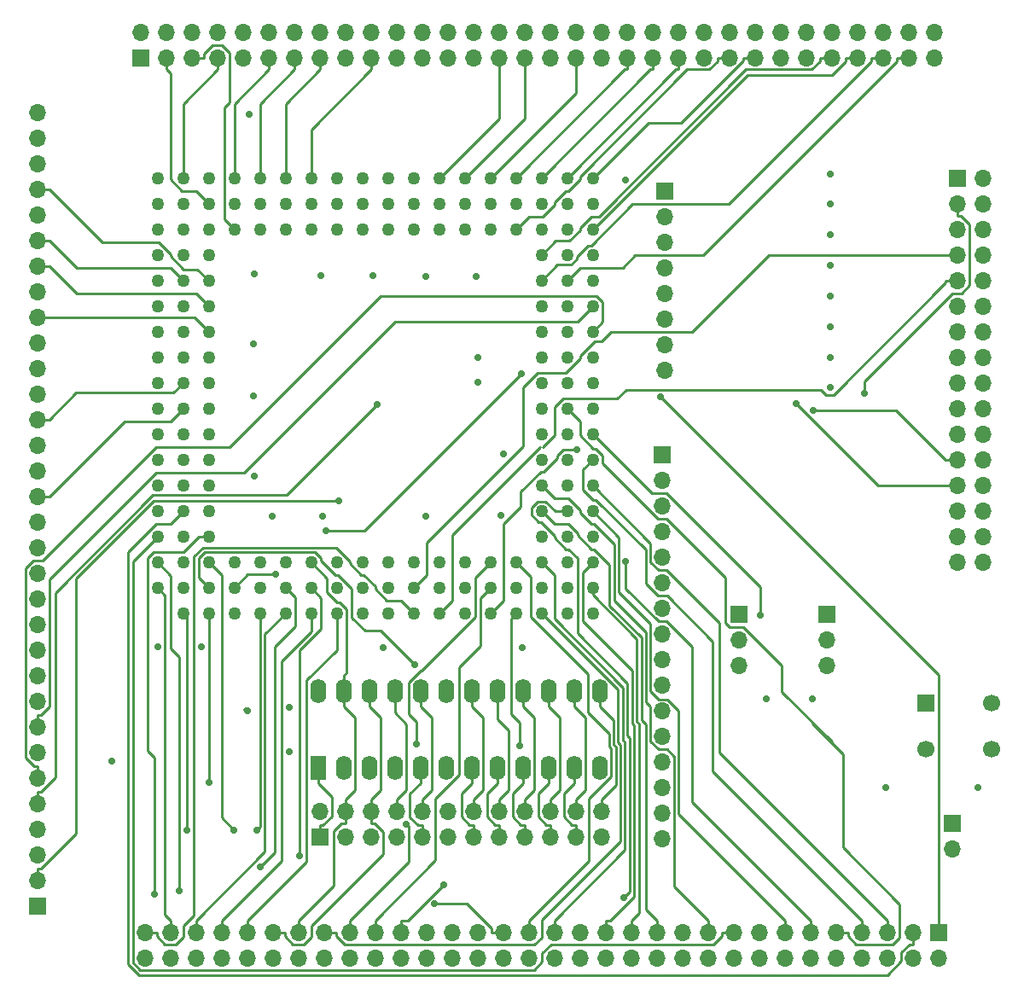
<source format=gbl>
G04 #@! TF.GenerationSoftware,KiCad,Pcbnew,8.0.1*
G04 #@! TF.CreationDate,2024-04-03T23:34:40-03:00*
G04 #@! TF.ProjectId,Breakout-68040,42726561-6b6f-4757-942d-36383034302e,rev?*
G04 #@! TF.SameCoordinates,Original*
G04 #@! TF.FileFunction,Copper,L4,Bot*
G04 #@! TF.FilePolarity,Positive*
%FSLAX46Y46*%
G04 Gerber Fmt 4.6, Leading zero omitted, Abs format (unit mm)*
G04 Created by KiCad (PCBNEW 8.0.1) date 2024-04-03 23:34:40*
%MOMM*%
%LPD*%
G01*
G04 APERTURE LIST*
G04 #@! TA.AperFunction,ComponentPad*
%ADD10R,1.700000X1.700000*%
G04 #@! TD*
G04 #@! TA.AperFunction,ComponentPad*
%ADD11O,1.700000X1.700000*%
G04 #@! TD*
G04 #@! TA.AperFunction,ComponentPad*
%ADD12C,1.700000*%
G04 #@! TD*
G04 #@! TA.AperFunction,ComponentPad*
%ADD13C,1.270000*%
G04 #@! TD*
G04 #@! TA.AperFunction,ComponentPad*
%ADD14R,1.600000X2.400000*%
G04 #@! TD*
G04 #@! TA.AperFunction,ComponentPad*
%ADD15O,1.600000X2.400000*%
G04 #@! TD*
G04 #@! TA.AperFunction,ViaPad*
%ADD16C,0.700000*%
G04 #@! TD*
G04 #@! TA.AperFunction,Conductor*
%ADD17C,0.250000*%
G04 #@! TD*
G04 #@! TA.AperFunction,Conductor*
%ADD18C,0.500000*%
G04 #@! TD*
G04 APERTURE END LIST*
D10*
X87350000Y-69325000D03*
D11*
X87350000Y-71865000D03*
X87350000Y-74405000D03*
X87350000Y-76945000D03*
X87350000Y-79485000D03*
X87350000Y-82025000D03*
X87350000Y-84565000D03*
X87350000Y-87105000D03*
D10*
X94700000Y-111320000D03*
D11*
X94700000Y-113860000D03*
X94700000Y-116400000D03*
D10*
X103400000Y-111320000D03*
D11*
X103400000Y-113860000D03*
X103400000Y-116400000D03*
D12*
X119750000Y-124650000D03*
X113250000Y-124650000D03*
X119750000Y-120150000D03*
D10*
X113250000Y-120150000D03*
X35325000Y-56075000D03*
D11*
X35325000Y-53535000D03*
X37865000Y-56075000D03*
X37865000Y-53535000D03*
X40405000Y-56075000D03*
X40405000Y-53535000D03*
X42945000Y-56075000D03*
X42945000Y-53535000D03*
X45485000Y-56075000D03*
X45485000Y-53535000D03*
X48025000Y-56075000D03*
X48025000Y-53535000D03*
X50565000Y-56075000D03*
X50565000Y-53535000D03*
X53105000Y-56075000D03*
X53105000Y-53535000D03*
X55645000Y-56075000D03*
X55645000Y-53535000D03*
X58185000Y-56075000D03*
X58185000Y-53535000D03*
X60725000Y-56075000D03*
X60725000Y-53535000D03*
X63265000Y-56075000D03*
X63265000Y-53535000D03*
X65805000Y-56075000D03*
X65805000Y-53535000D03*
X68345000Y-56075000D03*
X68345000Y-53535000D03*
X70885000Y-56075000D03*
X70885000Y-53535000D03*
X73425000Y-56075000D03*
X73425000Y-53535000D03*
X75965000Y-56075000D03*
X75965000Y-53535000D03*
X78505000Y-56075000D03*
X78505000Y-53535000D03*
X81045000Y-56075000D03*
X81045000Y-53535000D03*
X83585000Y-56075000D03*
X83585000Y-53535000D03*
X86125000Y-56075000D03*
X86125000Y-53535000D03*
X88665000Y-56075000D03*
X88665000Y-53535000D03*
X91205000Y-56075000D03*
X91205000Y-53535000D03*
X93745000Y-56075000D03*
X93745000Y-53535000D03*
X96285000Y-56075000D03*
X96285000Y-53535000D03*
X98825000Y-56075000D03*
X98825000Y-53535000D03*
X101365000Y-56075000D03*
X101365000Y-53535000D03*
X103905000Y-56075000D03*
X103905000Y-53535000D03*
X106445000Y-56075000D03*
X106445000Y-53535000D03*
X108985000Y-56075000D03*
X108985000Y-53535000D03*
X111525000Y-56075000D03*
X111525000Y-53535000D03*
X114065000Y-56075000D03*
X114065000Y-53535000D03*
D10*
X87100000Y-95520000D03*
D11*
X87100000Y-98060000D03*
X87100000Y-100600000D03*
X87100000Y-103140000D03*
X87100000Y-105680000D03*
X87100000Y-108220000D03*
X87100000Y-110760000D03*
X87100000Y-113300000D03*
X87100000Y-115840000D03*
X87100000Y-118380000D03*
X87100000Y-120920000D03*
X87100000Y-123460000D03*
X87100000Y-126000000D03*
X87100000Y-128540000D03*
X87100000Y-131080000D03*
X87100000Y-133620000D03*
D10*
X116360000Y-68020000D03*
D11*
X118900000Y-68020000D03*
X116360000Y-70560000D03*
X118900000Y-70560000D03*
X116360000Y-73100000D03*
X118900000Y-73100000D03*
X116360000Y-75640000D03*
X118900000Y-75640000D03*
X116360000Y-78180000D03*
X118900000Y-78180000D03*
X116360000Y-80720000D03*
X118900000Y-80720000D03*
X116360000Y-83260000D03*
X118900000Y-83260000D03*
X116360000Y-85800000D03*
X118900000Y-85800000D03*
X116360000Y-88340000D03*
X118900000Y-88340000D03*
X116360000Y-90880000D03*
X118900000Y-90880000D03*
X116360000Y-93420000D03*
X118900000Y-93420000D03*
X116360000Y-95960000D03*
X118900000Y-95960000D03*
X116360000Y-98500000D03*
X118900000Y-98500000D03*
X116360000Y-101040000D03*
X118900000Y-101040000D03*
X116360000Y-103580000D03*
X118900000Y-103580000D03*
X116360000Y-106120000D03*
X118900000Y-106120000D03*
D10*
X114500000Y-142860000D03*
D11*
X114500000Y-145400000D03*
X111960000Y-142860000D03*
X111960000Y-145400000D03*
X109420000Y-142860000D03*
X109420000Y-145400000D03*
X106880000Y-142860000D03*
X106880000Y-145400000D03*
X104340000Y-142860000D03*
X104340000Y-145400000D03*
X101800000Y-142860000D03*
X101800000Y-145400000D03*
X99260000Y-142860000D03*
X99260000Y-145400000D03*
X96720000Y-142860000D03*
X96720000Y-145400000D03*
X94180000Y-142860000D03*
X94180000Y-145400000D03*
X91640000Y-142860000D03*
X91640000Y-145400000D03*
X89100000Y-142860000D03*
X89100000Y-145400000D03*
X86560000Y-142860000D03*
X86560000Y-145400000D03*
X84020000Y-142860000D03*
X84020000Y-145400000D03*
X81480000Y-142860000D03*
X81480000Y-145400000D03*
X78940000Y-142860000D03*
X78940000Y-145400000D03*
X76400000Y-142860000D03*
X76400000Y-145400000D03*
X73860000Y-142860000D03*
X73860000Y-145400000D03*
X71320000Y-142860000D03*
X71320000Y-145400000D03*
X68780000Y-142860000D03*
X68780000Y-145400000D03*
X66240000Y-142860000D03*
X66240000Y-145400000D03*
X63700000Y-142860000D03*
X63700000Y-145400000D03*
X61160000Y-142860000D03*
X61160000Y-145400000D03*
X58620000Y-142860000D03*
X58620000Y-145400000D03*
X56080000Y-142860000D03*
X56080000Y-145400000D03*
X53540000Y-142860000D03*
X53540000Y-145400000D03*
X51000000Y-142860000D03*
X51000000Y-145400000D03*
X48460000Y-142860000D03*
X48460000Y-145400000D03*
X45920000Y-142860000D03*
X45920000Y-145400000D03*
X43380000Y-142860000D03*
X43380000Y-145400000D03*
X40840000Y-142860000D03*
X40840000Y-145400000D03*
X38300000Y-142860000D03*
X38300000Y-145400000D03*
X35760000Y-142860000D03*
X35760000Y-145400000D03*
D10*
X25100000Y-140260000D03*
D11*
X25100000Y-137720000D03*
X25100000Y-135180000D03*
X25100000Y-132640000D03*
X25100000Y-130100000D03*
X25100000Y-127560000D03*
X25100000Y-125020000D03*
X25100000Y-122480000D03*
X25100000Y-119940000D03*
X25100000Y-117400000D03*
X25100000Y-114860000D03*
X25100000Y-112320000D03*
X25100000Y-109780000D03*
X25100000Y-107240000D03*
X25100000Y-104700000D03*
X25100000Y-102160000D03*
X25100000Y-99620000D03*
X25100000Y-97080000D03*
X25100000Y-94540000D03*
X25100000Y-92000000D03*
X25100000Y-89460000D03*
X25100000Y-86920000D03*
X25100000Y-84380000D03*
X25100000Y-81840000D03*
X25100000Y-79300000D03*
X25100000Y-76760000D03*
X25100000Y-74220000D03*
X25100000Y-71680000D03*
X25100000Y-69140000D03*
X25100000Y-66600000D03*
X25100000Y-64060000D03*
X25100000Y-61520000D03*
D10*
X53100000Y-133400000D03*
D11*
X53100000Y-130860000D03*
X55640000Y-133400000D03*
X55640000Y-130860000D03*
X58180000Y-133400000D03*
X58180000Y-130860000D03*
X60720000Y-133400000D03*
X60720000Y-130860000D03*
X63260000Y-133400000D03*
X63260000Y-130860000D03*
X65800000Y-133400000D03*
X65800000Y-130860000D03*
X68340000Y-133400000D03*
X68340000Y-130860000D03*
X70880000Y-133400000D03*
X70880000Y-130860000D03*
X73420000Y-133400000D03*
X73420000Y-130860000D03*
X75960000Y-133400000D03*
X75960000Y-130860000D03*
X78500000Y-133400000D03*
X78500000Y-130860000D03*
X81040000Y-133400000D03*
X81040000Y-130860000D03*
D10*
X115900000Y-132025000D03*
D11*
X115900000Y-134565000D03*
D13*
X80180000Y-111220000D03*
X77640000Y-111220000D03*
X75100000Y-111220000D03*
X72560000Y-111220000D03*
X70020000Y-111220000D03*
X67480000Y-111220000D03*
X64940000Y-111220000D03*
X62400000Y-111220000D03*
X59860000Y-111220000D03*
X57320000Y-111220000D03*
X54780000Y-111220000D03*
X52240000Y-111220000D03*
X49700000Y-111220000D03*
X47160000Y-111220000D03*
X44620000Y-111220000D03*
X42080000Y-111220000D03*
X39540000Y-111220000D03*
X80180000Y-108680000D03*
X77640000Y-108680000D03*
X75100000Y-108680000D03*
X72560000Y-108680000D03*
X70020000Y-108680000D03*
X67480000Y-108680000D03*
X64940000Y-108680000D03*
X62400000Y-108680000D03*
X59860000Y-108680000D03*
X57320000Y-108680000D03*
X54780000Y-108680000D03*
X52240000Y-108680000D03*
X49700000Y-108680000D03*
X47160000Y-108680000D03*
X44620000Y-108680000D03*
X42080000Y-108680000D03*
X39540000Y-108680000D03*
X37000000Y-108680000D03*
X80180000Y-106140000D03*
X77640000Y-106140000D03*
X75100000Y-106140000D03*
X72560000Y-106140000D03*
X70020000Y-106140000D03*
X67480000Y-106140000D03*
X64940000Y-106140000D03*
X62400000Y-106140000D03*
X59860000Y-106140000D03*
X57320000Y-106140000D03*
X54780000Y-106140000D03*
X52240000Y-106140000D03*
X49700000Y-106140000D03*
X47160000Y-106140000D03*
X44620000Y-106140000D03*
X42080000Y-106140000D03*
X39540000Y-106140000D03*
X37000000Y-106140000D03*
X80180000Y-103600000D03*
X77640000Y-103600000D03*
X75100000Y-103600000D03*
X42080000Y-103600000D03*
X39540000Y-103600000D03*
X37000000Y-103600000D03*
X80180000Y-101060000D03*
X77640000Y-101060000D03*
X75100000Y-101060000D03*
X42080000Y-101060000D03*
X39540000Y-101060000D03*
X37000000Y-101060000D03*
X80180000Y-98520000D03*
X77640000Y-98520000D03*
X75100000Y-98520000D03*
X42080000Y-98520000D03*
X39540000Y-98520000D03*
X37000000Y-98520000D03*
X80180000Y-95980000D03*
X77640000Y-95980000D03*
X75100000Y-95980000D03*
X42080000Y-95980000D03*
X39540000Y-95980000D03*
X37000000Y-95980000D03*
X80180000Y-93440000D03*
X77640000Y-93440000D03*
X75100000Y-93440000D03*
X42080000Y-93440000D03*
X39540000Y-93440000D03*
X37000000Y-93440000D03*
X80180000Y-90900000D03*
X77640000Y-90900000D03*
X75100000Y-90900000D03*
X42080000Y-90900000D03*
X39540000Y-90900000D03*
X37000000Y-90900000D03*
X80180000Y-88360000D03*
X77640000Y-88360000D03*
X75100000Y-88360000D03*
X42080000Y-88360000D03*
X39540000Y-88360000D03*
X37000000Y-88360000D03*
X80180000Y-85820000D03*
X77640000Y-85820000D03*
X75100000Y-85820000D03*
X42080000Y-85820000D03*
X39540000Y-85820000D03*
X37000000Y-85820000D03*
X80180000Y-83280000D03*
X77640000Y-83280000D03*
X75100000Y-83280000D03*
X42080000Y-83280000D03*
X39540000Y-83280000D03*
X37000000Y-83280000D03*
X80180000Y-80740000D03*
X77640000Y-80740000D03*
X75100000Y-80740000D03*
X42080000Y-80740000D03*
X39540000Y-80740000D03*
X37000000Y-80740000D03*
X80180000Y-78200000D03*
X77640000Y-78200000D03*
X75100000Y-78200000D03*
X42080000Y-78200000D03*
X39540000Y-78200000D03*
X37000000Y-78200000D03*
X80180000Y-75660000D03*
X77640000Y-75660000D03*
X75100000Y-75660000D03*
X42080000Y-75660000D03*
X39540000Y-75660000D03*
X37000000Y-75660000D03*
X80180000Y-73120000D03*
X77640000Y-73120000D03*
X75100000Y-73120000D03*
X72560000Y-73120000D03*
X70020000Y-73120000D03*
X67480000Y-73120000D03*
X64940000Y-73120000D03*
X62400000Y-73120000D03*
X59860000Y-73120000D03*
X57320000Y-73120000D03*
X54780000Y-73120000D03*
X52240000Y-73120000D03*
X49700000Y-73120000D03*
X47160000Y-73120000D03*
X44620000Y-73120000D03*
X42080000Y-73120000D03*
X39540000Y-73120000D03*
X37000000Y-73120000D03*
X80180000Y-70580000D03*
X77640000Y-70580000D03*
X75100000Y-70580000D03*
X72560000Y-70580000D03*
X70020000Y-70580000D03*
X67480000Y-70580000D03*
X64940000Y-70580000D03*
X62400000Y-70580000D03*
X59860000Y-70580000D03*
X57320000Y-70580000D03*
X54780000Y-70580000D03*
X52240000Y-70580000D03*
X49700000Y-70580000D03*
X47160000Y-70580000D03*
X44620000Y-70580000D03*
X42080000Y-70580000D03*
X39540000Y-70580000D03*
X37000000Y-70580000D03*
X80180000Y-68040000D03*
X77640000Y-68040000D03*
X75100000Y-68040000D03*
X72560000Y-68040000D03*
X70020000Y-68040000D03*
X67480000Y-68040000D03*
X64940000Y-68040000D03*
X62400000Y-68040000D03*
X59860000Y-68040000D03*
X57320000Y-68040000D03*
X54780000Y-68040000D03*
X52240000Y-68040000D03*
X49700000Y-68040000D03*
X47160000Y-68040000D03*
X44620000Y-68040000D03*
X42080000Y-68040000D03*
X39540000Y-68040000D03*
X37000000Y-68040000D03*
D14*
X52925000Y-126525000D03*
D15*
X55465000Y-126525000D03*
X58005000Y-126525000D03*
X60545000Y-126525000D03*
X63085000Y-126525000D03*
X65625000Y-126525000D03*
X68165000Y-126525000D03*
X70705000Y-126525000D03*
X73245000Y-126525000D03*
X75785000Y-126525000D03*
X78325000Y-126525000D03*
X80865000Y-126525000D03*
X80865000Y-118905000D03*
X78325000Y-118905000D03*
X75785000Y-118905000D03*
X73245000Y-118905000D03*
X70705000Y-118905000D03*
X68165000Y-118905000D03*
X65625000Y-118905000D03*
X63085000Y-118905000D03*
X60545000Y-118905000D03*
X58005000Y-118905000D03*
X55465000Y-118905000D03*
X52925000Y-118905000D03*
D16*
X42080000Y-127976800D03*
X46900400Y-132693900D03*
X64476000Y-140051400D03*
X44552700Y-132693900D03*
X48695500Y-107329000D03*
X102066500Y-91045000D03*
X47238500Y-136369400D03*
X100368600Y-90367200D03*
X62681900Y-124139000D03*
X61717800Y-132134900D03*
X72945900Y-124385000D03*
X65388900Y-138127500D03*
X62509900Y-116314300D03*
X51091400Y-135289100D03*
X39936600Y-132693900D03*
X39145000Y-138731600D03*
X36698300Y-139045600D03*
X83259800Y-139394200D03*
X107136700Y-89374800D03*
X86876500Y-89690100D03*
X78613500Y-94977000D03*
X83452600Y-106084500D03*
X73096800Y-87477900D03*
X53758400Y-103032400D03*
X96835400Y-111428900D03*
X58763700Y-90522200D03*
X54985500Y-100029400D03*
X50100000Y-124937500D03*
X50100000Y-120500000D03*
X103800000Y-76700000D03*
X103800000Y-73600000D03*
X103800000Y-79700000D03*
X103800000Y-85800000D03*
X103800000Y-88800000D03*
X103800000Y-70600000D03*
X103800000Y-67600000D03*
X103800000Y-82800000D03*
X63600000Y-77800000D03*
X63600000Y-101600000D03*
X53400000Y-101600000D03*
X48400000Y-101600000D03*
X46500000Y-84500000D03*
X46500000Y-89600000D03*
X46600000Y-97573100D03*
X68800000Y-88300000D03*
X68800000Y-85800000D03*
X68600000Y-77800000D03*
X58400000Y-77700000D03*
X53200000Y-77700000D03*
X46600000Y-77500000D03*
X83400000Y-68200000D03*
X46100000Y-61700000D03*
X73200000Y-114600000D03*
X59400000Y-114600000D03*
X109300000Y-128500000D03*
X118400000Y-128500000D03*
X41400000Y-114500000D03*
X102000000Y-119700000D03*
X45900000Y-120900000D03*
X37000000Y-114500000D03*
X71100000Y-101500000D03*
X71300000Y-95400000D03*
X97400000Y-119700000D03*
X32500000Y-125900000D03*
D17*
X78325000Y-126525000D02*
X78325000Y-128051700D01*
X78500000Y-133400000D02*
X78500000Y-132223300D01*
X77323300Y-129053400D02*
X78325000Y-128051700D01*
X77323300Y-131414400D02*
X77323300Y-129053400D01*
X78132200Y-132223300D02*
X77323300Y-131414400D01*
X78500000Y-132223300D02*
X78132200Y-132223300D01*
X73052200Y-132223300D02*
X73420000Y-132223300D01*
X72243300Y-131414400D02*
X73052200Y-132223300D01*
X72243300Y-129053400D02*
X72243300Y-131414400D01*
X73245000Y-128051700D02*
X72243300Y-129053400D01*
X73245000Y-126525000D02*
X73245000Y-128051700D01*
X73420000Y-133400000D02*
X73420000Y-132223300D01*
X76918000Y-121564700D02*
X75785000Y-120431700D01*
X76918000Y-128725300D02*
X76918000Y-121564700D01*
X75960000Y-129683300D02*
X76918000Y-128725300D01*
X75960000Y-130860000D02*
X75960000Y-129683300D01*
X75785000Y-118905000D02*
X75785000Y-120431700D01*
X80865000Y-118905000D02*
X80865000Y-120431700D01*
X81040000Y-130860000D02*
X81040000Y-129683300D01*
X82471900Y-128251400D02*
X81040000Y-129683300D01*
X82471900Y-124456700D02*
X82471900Y-128251400D01*
X82251300Y-124236100D02*
X82471900Y-124456700D01*
X82251300Y-121818000D02*
X82251300Y-124236100D01*
X80865000Y-120431700D02*
X82251300Y-121818000D01*
X70705000Y-118905000D02*
X70705000Y-120431700D01*
X70880000Y-130860000D02*
X70880000Y-129683300D01*
X71838000Y-128725300D02*
X70880000Y-129683300D01*
X71838000Y-122842100D02*
X71838000Y-128725300D01*
X70705000Y-121709100D02*
X71838000Y-122842100D01*
X70705000Y-120431700D02*
X70705000Y-121709100D01*
X68165000Y-118905000D02*
X68165000Y-120431700D01*
X68340000Y-130860000D02*
X68340000Y-129683300D01*
X69298000Y-128725300D02*
X68340000Y-129683300D01*
X69298000Y-121564700D02*
X69298000Y-128725300D01*
X68165000Y-120431700D02*
X69298000Y-121564700D01*
X60720000Y-130860000D02*
X60720000Y-129683300D01*
X60545000Y-118905000D02*
X60545000Y-120431700D01*
X61678000Y-128725300D02*
X60720000Y-129683300D01*
X61678000Y-122203400D02*
X61678000Y-128725300D01*
X60545000Y-121070400D02*
X61678000Y-122203400D01*
X60545000Y-120431700D02*
X60545000Y-121070400D01*
X75592200Y-132223300D02*
X75960000Y-132223300D01*
X74783300Y-131414400D02*
X75592200Y-132223300D01*
X74783300Y-129053400D02*
X74783300Y-131414400D01*
X75785000Y-128051700D02*
X74783300Y-129053400D01*
X75785000Y-126525000D02*
X75785000Y-128051700D01*
X75960000Y-133400000D02*
X75960000Y-132223300D01*
X67972200Y-132223300D02*
X68340000Y-132223300D01*
X67163300Y-131414400D02*
X67972200Y-132223300D01*
X67163300Y-129053400D02*
X67163300Y-131414400D01*
X68165000Y-128051700D02*
X67163300Y-129053400D01*
X68165000Y-126525000D02*
X68165000Y-128051700D01*
X68340000Y-133400000D02*
X68340000Y-132223300D01*
X78325000Y-118905000D02*
X78325000Y-120431700D01*
X78500000Y-130860000D02*
X78500000Y-129683300D01*
X79458000Y-128725300D02*
X78500000Y-129683300D01*
X79458000Y-121564700D02*
X79458000Y-128725300D01*
X78325000Y-120431700D02*
X79458000Y-121564700D01*
X70512200Y-132223300D02*
X70880000Y-132223300D01*
X69703300Y-131414400D02*
X70512200Y-132223300D01*
X69703300Y-129053400D02*
X69703300Y-131414400D01*
X70705000Y-128051700D02*
X69703300Y-129053400D01*
X70705000Y-126525000D02*
X70705000Y-128051700D01*
X70880000Y-133400000D02*
X70880000Y-132223300D01*
X73245000Y-118905000D02*
X73245000Y-120431700D01*
X73420000Y-130860000D02*
X73420000Y-129683300D01*
X74378000Y-128725300D02*
X73420000Y-129683300D01*
X74378000Y-121564700D02*
X74378000Y-128725300D01*
X73245000Y-120431700D02*
X74378000Y-121564700D01*
X52925000Y-126525000D02*
X52925000Y-128051700D01*
X53100000Y-133400000D02*
X53100000Y-132223300D01*
X54276700Y-129403400D02*
X52925000Y-128051700D01*
X54276700Y-131347500D02*
X54276700Y-129403400D01*
X53400900Y-132223300D02*
X54276700Y-131347500D01*
X53100000Y-132223300D02*
X53400900Y-132223300D01*
X62861200Y-132223300D02*
X63260000Y-132223300D01*
X62058400Y-131420500D02*
X62861200Y-132223300D01*
X62058400Y-129078300D02*
X62058400Y-131420500D01*
X63085000Y-128051700D02*
X62058400Y-129078300D01*
X63085000Y-126525000D02*
X63085000Y-128051700D01*
X63260000Y-133400000D02*
X63260000Y-132223300D01*
X63085000Y-118905000D02*
X63085000Y-120431700D01*
X63260000Y-130860000D02*
X63260000Y-129683300D01*
X64217900Y-128725400D02*
X63260000Y-129683300D01*
X64217900Y-121564600D02*
X64217900Y-128725400D01*
X63085000Y-120431700D02*
X64217900Y-121564600D01*
X42080000Y-111220000D02*
X42080000Y-127976800D01*
X47160000Y-132434300D02*
X46900400Y-132693900D01*
X47160000Y-111220000D02*
X47160000Y-132434300D01*
X71320000Y-142860000D02*
X70143300Y-142860000D01*
X67702400Y-140051400D02*
X64476000Y-140051400D01*
X70143300Y-142492300D02*
X67702400Y-140051400D01*
X70143300Y-142860000D02*
X70143300Y-142492300D01*
X43350000Y-131491200D02*
X44552700Y-132693900D01*
X43350000Y-107410000D02*
X43350000Y-131491200D01*
X42080000Y-106140000D02*
X43350000Y-107410000D01*
X45971000Y-107329000D02*
X48695500Y-107329000D01*
X44620000Y-108680000D02*
X45971000Y-107329000D01*
X110268300Y-91045000D02*
X115183300Y-95960000D01*
X102066500Y-91045000D02*
X110268300Y-91045000D01*
X116360000Y-95960000D02*
X115183300Y-95960000D01*
X48631800Y-134976100D02*
X47238500Y-136369400D01*
X48631800Y-114518400D02*
X48631800Y-134976100D01*
X50667400Y-112482800D02*
X48631800Y-114518400D01*
X50667400Y-109647400D02*
X50667400Y-112482800D01*
X49700000Y-108680000D02*
X50667400Y-109647400D01*
X108501400Y-98500000D02*
X100368600Y-90367200D01*
X116360000Y-98500000D02*
X108501400Y-98500000D01*
X62681900Y-121968400D02*
X62681900Y-124139000D01*
X61903000Y-121189500D02*
X62681900Y-121968400D01*
X61903000Y-118082100D02*
X61903000Y-121189500D01*
X63094100Y-116891000D02*
X61903000Y-118082100D01*
X63224000Y-116891000D02*
X63094100Y-116891000D01*
X68521600Y-111593400D02*
X63224000Y-116891000D01*
X68521600Y-107638400D02*
X68521600Y-111593400D01*
X70020000Y-106140000D02*
X68521600Y-107638400D01*
X61921900Y-135841400D02*
X56080000Y-141683300D01*
X61921900Y-132339000D02*
X61921900Y-135841400D01*
X61717800Y-132134900D02*
X61921900Y-132339000D01*
X56080000Y-142860000D02*
X56080000Y-141683300D01*
X55640000Y-130271600D02*
X55640000Y-129683300D01*
X55465000Y-119668300D02*
X55465000Y-120431700D01*
X56598000Y-128725300D02*
X55640000Y-129683300D01*
X56598000Y-121564700D02*
X56598000Y-128725300D01*
X55465000Y-120431700D02*
X56598000Y-121564700D01*
X55465000Y-119668300D02*
X55465000Y-118905000D01*
X53818300Y-107718300D02*
X52240000Y-106140000D01*
X53818300Y-109103600D02*
X53818300Y-107718300D01*
X54824000Y-110109300D02*
X53818300Y-109103600D01*
X55054600Y-110109300D02*
X54824000Y-110109300D01*
X55783000Y-110837700D02*
X55054600Y-110109300D01*
X55783000Y-117060300D02*
X55783000Y-110837700D01*
X55465000Y-117378300D02*
X55783000Y-117060300D01*
X55465000Y-118905000D02*
X55465000Y-117378300D01*
X55640000Y-130271600D02*
X55640000Y-130860000D01*
X55272200Y-132036700D02*
X55640000Y-132036700D01*
X54463300Y-132845600D02*
X55272200Y-132036700D01*
X54463300Y-138220000D02*
X54463300Y-132845600D01*
X51000000Y-141683300D02*
X54463300Y-138220000D01*
X51000000Y-142860000D02*
X51000000Y-141683300D01*
X55640000Y-130860000D02*
X55640000Y-132036700D01*
X72945900Y-122092400D02*
X72945900Y-124385000D01*
X72063000Y-121209500D02*
X72945900Y-122092400D01*
X72063000Y-111717000D02*
X72063000Y-121209500D01*
X72560000Y-111220000D02*
X72063000Y-111717000D01*
X61833100Y-141683300D02*
X65388900Y-138127500D01*
X61160000Y-141683300D02*
X61833100Y-141683300D01*
X61160000Y-142860000D02*
X61160000Y-141683300D01*
X59143100Y-112947500D02*
X62509900Y-116314300D01*
X57595400Y-112947500D02*
X59143100Y-112947500D01*
X56277500Y-111629600D02*
X57595400Y-112947500D01*
X56277500Y-108748700D02*
X56277500Y-111629600D01*
X54938800Y-107410000D02*
X56277500Y-108748700D01*
X54671600Y-107410000D02*
X54938800Y-107410000D01*
X53201700Y-105940100D02*
X54671600Y-107410000D01*
X53201700Y-105716300D02*
X53201700Y-105940100D01*
X52617100Y-105131700D02*
X53201700Y-105716300D01*
X41684900Y-105131700D02*
X52617100Y-105131700D01*
X41077900Y-105738700D02*
X41684900Y-105131700D01*
X41077900Y-107677900D02*
X41077900Y-105738700D01*
X42080000Y-108680000D02*
X41077900Y-107677900D01*
X51091400Y-114863100D02*
X51091400Y-135289100D01*
X53227100Y-112727400D02*
X51091400Y-114863100D01*
X53227100Y-109667100D02*
X53227100Y-112727400D01*
X52240000Y-108680000D02*
X53227100Y-109667100D01*
X53540000Y-142860000D02*
X54716700Y-142860000D01*
X54716700Y-143225800D02*
X54716700Y-142860000D01*
X55566200Y-144075300D02*
X54716700Y-143225800D01*
X74395500Y-144075300D02*
X55566200Y-144075300D01*
X75102100Y-143368700D02*
X74395500Y-144075300D01*
X75102100Y-141619300D02*
X75102100Y-143368700D01*
X82923600Y-133797800D02*
X75102100Y-141619300D01*
X82923600Y-124269600D02*
X82923600Y-133797800D01*
X82703000Y-124049000D02*
X82923600Y-124269600D01*
X82703000Y-118748400D02*
X82703000Y-124049000D01*
X75174600Y-111220000D02*
X82703000Y-118748400D01*
X75100000Y-111220000D02*
X75174600Y-111220000D01*
X64569000Y-135734300D02*
X58620000Y-141683300D01*
X64569000Y-129596100D02*
X64569000Y-135734300D01*
X66895000Y-127270100D02*
X64569000Y-129596100D01*
X66895000Y-116547300D02*
X66895000Y-127270100D01*
X69015800Y-114426500D02*
X66895000Y-116547300D01*
X69015800Y-109684200D02*
X69015800Y-114426500D01*
X70020000Y-108680000D02*
X69015800Y-109684200D01*
X58620000Y-142860000D02*
X58620000Y-141683300D01*
X49636700Y-143227800D02*
X49636700Y-142860000D01*
X50445600Y-144036700D02*
X49636700Y-143227800D01*
X51524100Y-144036700D02*
X50445600Y-144036700D01*
X52270000Y-143290800D02*
X51524100Y-144036700D01*
X52270000Y-142230000D02*
X52270000Y-143290800D01*
X59407200Y-135092800D02*
X52270000Y-142230000D01*
X59407200Y-132896200D02*
X59407200Y-135092800D01*
X58547700Y-132036700D02*
X59407200Y-132896200D01*
X58180000Y-132036700D02*
X58547700Y-132036700D01*
X58180000Y-130860000D02*
X58180000Y-132036700D01*
X48460000Y-142860000D02*
X49636700Y-142860000D01*
X59138000Y-128725300D02*
X58180000Y-129683300D01*
X59138000Y-121564700D02*
X59138000Y-128725300D01*
X58005000Y-120431700D02*
X59138000Y-121564700D01*
X58005000Y-118905000D02*
X58005000Y-120431700D01*
X58180000Y-130860000D02*
X58180000Y-129683300D01*
X39936600Y-111616600D02*
X39936600Y-132693900D01*
X39540000Y-111220000D02*
X39936600Y-111616600D01*
X91640000Y-142860000D02*
X91640000Y-141683300D01*
X76370000Y-99790000D02*
X75100000Y-98520000D01*
X77752000Y-99790000D02*
X76370000Y-99790000D01*
X78910000Y-100948000D02*
X77752000Y-99790000D01*
X78910000Y-101216100D02*
X78910000Y-100948000D01*
X80023900Y-102330000D02*
X78910000Y-101216100D01*
X80302200Y-102330000D02*
X80023900Y-102330000D01*
X82322700Y-104350500D02*
X80302200Y-102330000D01*
X82322700Y-109940100D02*
X82322700Y-104350500D01*
X85471600Y-113089000D02*
X82322700Y-109940100D01*
X85471600Y-120013200D02*
X85471600Y-113089000D01*
X85910900Y-120452500D02*
X85471600Y-120013200D01*
X85910900Y-123938300D02*
X85910900Y-120452500D01*
X86702600Y-124730000D02*
X85910900Y-123938300D01*
X87570800Y-124730000D02*
X86702600Y-124730000D01*
X88276700Y-125435900D02*
X87570800Y-124730000D01*
X88276700Y-138320000D02*
X88276700Y-125435900D01*
X91640000Y-141683300D02*
X88276700Y-138320000D01*
X38326700Y-107466700D02*
X38326700Y-114729000D01*
X37000000Y-106140000D02*
X38326700Y-107466700D01*
X39145000Y-115547000D02*
X39145000Y-138731600D01*
X45920000Y-142860000D02*
X45920000Y-141683300D01*
X54780000Y-114850000D02*
X54780000Y-111220000D01*
X51768100Y-117861900D02*
X54780000Y-114850000D01*
X51768100Y-135835200D02*
X51768100Y-117861900D01*
X45920000Y-141683300D02*
X51768100Y-135835200D01*
X36698300Y-125515000D02*
X36698300Y-139045600D01*
X36038300Y-105741600D02*
X36038300Y-124854700D01*
X36638400Y-105141500D02*
X36038300Y-105741600D01*
X39542000Y-105141500D02*
X36638400Y-105141500D01*
X41083500Y-103600000D02*
X39542000Y-105141500D01*
X42080000Y-103600000D02*
X41083500Y-103600000D01*
X40840000Y-142860000D02*
X40840000Y-141683300D01*
X47645100Y-134878200D02*
X40840000Y-141683300D01*
X47645100Y-113274900D02*
X47645100Y-134878200D01*
X49700000Y-111220000D02*
X47645100Y-113274900D01*
X43380000Y-142860000D02*
X43380000Y-141683300D01*
X52240000Y-113022000D02*
X52240000Y-111220000D01*
X49299800Y-115962200D02*
X52240000Y-113022000D01*
X49299800Y-135763500D02*
X49299800Y-115962200D01*
X43380000Y-141683300D02*
X49299800Y-135763500D01*
X76480300Y-101060000D02*
X77640000Y-101060000D01*
X75515500Y-100095200D02*
X76480300Y-101060000D01*
X74699300Y-100095200D02*
X75515500Y-100095200D01*
X74097900Y-100696600D02*
X74699300Y-100095200D01*
X74097900Y-101443100D02*
X74097900Y-100696600D01*
X74825500Y-102170700D02*
X74097900Y-101443100D01*
X75041000Y-102170700D02*
X74825500Y-102170700D01*
X76370000Y-103499700D02*
X75041000Y-102170700D01*
X76370000Y-103712000D02*
X76370000Y-103499700D01*
X77528000Y-104870000D02*
X76370000Y-103712000D01*
X77796000Y-104870000D02*
X77528000Y-104870000D01*
X78661200Y-105735200D02*
X77796000Y-104870000D01*
X78661200Y-113195700D02*
X78661200Y-105735200D01*
X83606400Y-118140900D02*
X78661200Y-113195700D01*
X83606400Y-123352400D02*
X83606400Y-118140900D01*
X83830000Y-123576000D02*
X83606400Y-123352400D01*
X83830000Y-138824000D02*
X83830000Y-123576000D01*
X83259800Y-139394200D02*
X83830000Y-138824000D01*
X109420000Y-142860000D02*
X109420000Y-141683300D01*
X85915600Y-104255600D02*
X80180000Y-98520000D01*
X85915600Y-106159800D02*
X85915600Y-104255600D01*
X86705800Y-106950000D02*
X85915600Y-106159800D01*
X87529700Y-106950000D02*
X86705800Y-106950000D01*
X92763200Y-112183500D02*
X87529700Y-106950000D01*
X92763200Y-125026500D02*
X92763200Y-112183500D01*
X109420000Y-141683300D02*
X92763200Y-125026500D01*
X97694100Y-75640000D02*
X116360000Y-75640000D01*
X90039100Y-83295000D02*
X97694100Y-75640000D01*
X82029400Y-83295000D02*
X90039100Y-83295000D01*
X81082700Y-84241700D02*
X82029400Y-83295000D01*
X80373100Y-84241700D02*
X81082700Y-84241700D01*
X78926600Y-85688200D02*
X80373100Y-84241700D01*
X78926600Y-85916800D02*
X78926600Y-85688200D01*
X77484300Y-87359100D02*
X78926600Y-85916800D01*
X74723000Y-87359100D02*
X77484300Y-87359100D01*
X63670000Y-107410000D02*
X62400000Y-108680000D01*
X63670000Y-104200200D02*
X63670000Y-107410000D01*
X73270100Y-94600100D02*
X63670000Y-104200200D01*
X73270100Y-89714200D02*
X73270100Y-94600100D01*
X99260000Y-142860000D02*
X99260000Y-141683300D01*
X88728400Y-131151700D02*
X99260000Y-141683300D01*
X88728400Y-120884200D02*
X88728400Y-131151700D01*
X87587500Y-119743300D02*
X88728400Y-120884200D01*
X86734100Y-119743300D02*
X87587500Y-119743300D01*
X85923300Y-118932500D02*
X86734100Y-119743300D01*
X85923300Y-112263200D02*
X85923300Y-118932500D01*
X82775900Y-109115800D02*
X85923300Y-112263200D01*
X82775900Y-103655900D02*
X82775900Y-109115800D01*
X80180000Y-101060000D02*
X82775900Y-103655900D01*
X37741500Y-141124800D02*
X38300000Y-141683300D01*
X37741500Y-109421500D02*
X37741500Y-141124800D01*
X37000000Y-108680000D02*
X37741500Y-109421500D01*
X38300000Y-142860000D02*
X38300000Y-141683300D01*
X107136700Y-88200700D02*
X107136700Y-89374800D01*
X115887400Y-79450000D02*
X107136700Y-88200700D01*
X116790800Y-79450000D02*
X115887400Y-79450000D01*
X117577500Y-78663300D02*
X116790800Y-79450000D01*
X117577500Y-72586500D02*
X117577500Y-78663300D01*
X116727700Y-71736700D02*
X117577500Y-72586500D01*
X116360000Y-71736700D02*
X116727700Y-71736700D01*
X116360000Y-70560000D02*
X116360000Y-71736700D01*
X114500000Y-117313600D02*
X86876500Y-89690100D01*
X114500000Y-142860000D02*
X114500000Y-117313600D01*
X116360000Y-78180000D02*
X115183300Y-78180000D01*
X66210000Y-109950000D02*
X64940000Y-111220000D01*
X66210000Y-103464200D02*
X66210000Y-109950000D01*
X74964200Y-94710000D02*
X66210000Y-103464200D01*
X76370000Y-93552100D02*
X75212100Y-94710000D01*
X76370000Y-90767200D02*
X76370000Y-93552100D01*
X77230000Y-89907200D02*
X76370000Y-90767200D01*
X82604700Y-89907200D02*
X77230000Y-89907200D01*
X83498500Y-89013400D02*
X82604700Y-89907200D01*
X102835600Y-89013400D02*
X83498500Y-89013400D01*
X103346700Y-89524500D02*
X102835600Y-89013400D01*
X104059400Y-89524500D02*
X103346700Y-89524500D01*
X115183300Y-78400600D02*
X104059400Y-89524500D01*
X115183300Y-78180000D02*
X115183300Y-78400600D01*
X71290000Y-109950000D02*
X70020000Y-111220000D01*
X71290000Y-102360500D02*
X71290000Y-109950000D01*
X73033000Y-100617500D02*
X71290000Y-102360500D01*
X73033000Y-99155800D02*
X73033000Y-100617500D01*
X75058100Y-97130700D02*
X73033000Y-99155800D01*
X75328500Y-97130700D02*
X75058100Y-97130700D01*
X76678300Y-95780900D02*
X75328500Y-97130700D01*
X76678300Y-95581600D02*
X76678300Y-95780900D01*
X77282900Y-94977000D02*
X76678300Y-95581600D01*
X78613500Y-94977000D02*
X77282900Y-94977000D01*
X111960000Y-142860000D02*
X111960000Y-144036700D01*
X111592200Y-144036700D02*
X111960000Y-144036700D01*
X110783300Y-144845600D02*
X111592200Y-144036700D01*
X110783300Y-145720300D02*
X110783300Y-144845600D01*
X109411300Y-147092300D02*
X110783300Y-145720300D01*
X35143500Y-147092300D02*
X109411300Y-147092300D01*
X34109100Y-146057900D02*
X35143500Y-147092300D01*
X34109100Y-105097200D02*
X34109100Y-146057900D01*
X36876300Y-102330000D02*
X34109100Y-105097200D01*
X38270000Y-102330000D02*
X36876300Y-102330000D01*
X39540000Y-101060000D02*
X38270000Y-102330000D01*
X86560000Y-142860000D02*
X86560000Y-141683300D01*
X76370000Y-102330000D02*
X75100000Y-101060000D01*
X77742100Y-102330000D02*
X76370000Y-102330000D01*
X78660800Y-103248700D02*
X77742100Y-102330000D01*
X78660800Y-103461800D02*
X78660800Y-103248700D01*
X80069000Y-104870000D02*
X78660800Y-103461800D01*
X80335300Y-104870000D02*
X80069000Y-104870000D01*
X81871000Y-106405700D02*
X80335300Y-104870000D01*
X81871000Y-110445300D02*
X81871000Y-106405700D01*
X85019900Y-113594200D02*
X81871000Y-110445300D01*
X85019900Y-120200300D02*
X85019900Y-113594200D01*
X85021400Y-120201800D02*
X85019900Y-120200300D01*
X85021400Y-121783200D02*
X85021400Y-120201800D01*
X85446700Y-122208500D02*
X85021400Y-121783200D01*
X85446700Y-140570000D02*
X85446700Y-122208500D01*
X86560000Y-141683300D02*
X85446700Y-140570000D01*
X101800000Y-142860000D02*
X101800000Y-141683300D01*
X90018000Y-129901300D02*
X101800000Y-141683300D01*
X90017900Y-129901300D02*
X90018000Y-129901300D01*
X90017900Y-114526800D02*
X90017900Y-129901300D01*
X87521100Y-112030000D02*
X90017900Y-114526800D01*
X86704800Y-112030000D02*
X87521100Y-112030000D01*
X83452600Y-108777800D02*
X86704800Y-112030000D01*
X83452600Y-106084500D02*
X83452600Y-108777800D01*
X73860000Y-142860000D02*
X73860000Y-141683300D01*
X79770000Y-135773300D02*
X73860000Y-141683300D01*
X79770000Y-129613500D02*
X79770000Y-135773300D01*
X82016200Y-127367300D02*
X79770000Y-129613500D01*
X82016200Y-124639800D02*
X82016200Y-127367300D01*
X81799600Y-124423200D02*
X82016200Y-124639800D01*
X81799600Y-123191600D02*
X81799600Y-124423200D01*
X79683000Y-121075000D02*
X81799600Y-123191600D01*
X79683000Y-117205200D02*
X79683000Y-121075000D01*
X74009000Y-111531200D02*
X79683000Y-117205200D01*
X74009000Y-107589000D02*
X74009000Y-111531200D01*
X72560000Y-106140000D02*
X74009000Y-107589000D01*
X93003300Y-143227800D02*
X93003300Y-142860000D01*
X92194400Y-144036700D02*
X93003300Y-143227800D01*
X76038300Y-144036700D02*
X92194400Y-144036700D01*
X75172700Y-144902300D02*
X76038300Y-144036700D01*
X75172700Y-145773400D02*
X75172700Y-144902300D01*
X74338200Y-146607900D02*
X75172700Y-145773400D01*
X35303700Y-146607900D02*
X74338200Y-146607900D01*
X34579600Y-145883800D02*
X35303700Y-146607900D01*
X34579600Y-106020400D02*
X34579600Y-145883800D01*
X37000000Y-103600000D02*
X34579600Y-106020400D01*
X94180000Y-142860000D02*
X93003300Y-142860000D01*
X36936700Y-143227800D02*
X36936700Y-142860000D01*
X37745600Y-144036700D02*
X36936700Y-143227800D01*
X38824100Y-144036700D02*
X37745600Y-144036700D01*
X39570000Y-143290800D02*
X38824100Y-144036700D01*
X39570000Y-142230000D02*
X39570000Y-143290800D01*
X40613400Y-141186600D02*
X39570000Y-142230000D01*
X40613400Y-105560200D02*
X40613400Y-141186600D01*
X41497800Y-104675800D02*
X40613400Y-105560200D01*
X54703900Y-104675800D02*
X41497800Y-104675800D01*
X56050000Y-106021900D02*
X54703900Y-104675800D01*
X56050000Y-106263100D02*
X56050000Y-106021900D01*
X57196900Y-107410000D02*
X56050000Y-106263100D01*
X57476000Y-107410000D02*
X57196900Y-107410000D01*
X58590000Y-108524000D02*
X57476000Y-107410000D01*
X58590000Y-108792000D02*
X58590000Y-108524000D01*
X59748000Y-109950000D02*
X58590000Y-108792000D01*
X61130000Y-109950000D02*
X59748000Y-109950000D01*
X62400000Y-111220000D02*
X61130000Y-109950000D01*
X35760000Y-142860000D02*
X36936700Y-142860000D01*
X92086500Y-126889800D02*
X106880000Y-141683300D01*
X92086500Y-113993800D02*
X92086500Y-126889800D01*
X87582700Y-109490000D02*
X92086500Y-113993800D01*
X86692300Y-109490000D02*
X87582700Y-109490000D01*
X85434800Y-108232500D02*
X86692300Y-109490000D01*
X85434800Y-104899900D02*
X85434800Y-108232500D01*
X80484000Y-99949100D02*
X85434800Y-104899900D01*
X80243000Y-99949100D02*
X80484000Y-99949100D01*
X79203100Y-98909200D02*
X80243000Y-99949100D01*
X79203100Y-96956900D02*
X79203100Y-98909200D01*
X80180000Y-95980000D02*
X79203100Y-96956900D01*
X106880000Y-142860000D02*
X106880000Y-141683300D01*
X78910000Y-92170000D02*
X77640000Y-90900000D01*
X78910000Y-93546900D02*
X78910000Y-92170000D01*
X80232400Y-94869300D02*
X78910000Y-93546900D01*
X80454600Y-94869300D02*
X80232400Y-94869300D01*
X81141700Y-95556400D02*
X80454600Y-94869300D01*
X81141700Y-96346500D02*
X81141700Y-95556400D01*
X86665200Y-101870000D02*
X81141700Y-96346500D01*
X87537800Y-101870000D02*
X86665200Y-101870000D01*
X93350500Y-107682700D02*
X87537800Y-101870000D01*
X93350500Y-112134100D02*
X93350500Y-107682700D01*
X93806400Y-112590000D02*
X93350500Y-112134100D01*
X95162700Y-112590000D02*
X93806400Y-112590000D01*
X98943900Y-116371200D02*
X95162700Y-112590000D01*
X98943900Y-118348000D02*
X98943900Y-116371200D01*
X105516700Y-143227800D02*
X105516700Y-142860000D01*
X106325600Y-144036700D02*
X105516700Y-143227800D01*
X109925900Y-144036700D02*
X106325600Y-144036700D01*
X110596700Y-143365900D02*
X109925900Y-144036700D01*
X110596700Y-140059800D02*
X110596700Y-143365900D01*
X105002400Y-134465500D02*
X110596700Y-140059800D01*
X105002400Y-125157200D02*
X105002400Y-134465500D01*
X102011900Y-122166700D02*
X105002400Y-125157200D01*
X102011900Y-122053100D02*
X102011900Y-122166700D01*
X102012000Y-122053000D02*
X102011900Y-122053100D01*
X104340000Y-142860000D02*
X105516700Y-142860000D01*
X81480000Y-142860000D02*
X81480000Y-141683300D01*
X79173800Y-107146200D02*
X80180000Y-106140000D01*
X79173800Y-111971200D02*
X79173800Y-107146200D01*
X84116500Y-116913900D02*
X79173800Y-111971200D01*
X84116500Y-122155900D02*
X84116500Y-116913900D01*
X84312800Y-122352200D02*
X84116500Y-122155900D01*
X84312800Y-139298200D02*
X84312800Y-122352200D01*
X81927700Y-141683300D02*
X84312800Y-139298200D01*
X81480000Y-141683300D02*
X81927700Y-141683300D01*
X76370000Y-107410000D02*
X75100000Y-106140000D01*
X76370000Y-111768500D02*
X76370000Y-107410000D01*
X83154700Y-118553200D02*
X76370000Y-111768500D01*
X83154700Y-123757100D02*
X83154700Y-118553200D01*
X83375300Y-123977700D02*
X83154700Y-123757100D01*
X83375300Y-134708000D02*
X83375300Y-123977700D01*
X76400000Y-141683300D02*
X83375300Y-134708000D01*
X76400000Y-142860000D02*
X76400000Y-141683300D01*
X84020000Y-142860000D02*
X84020000Y-141683300D01*
X80180000Y-109393200D02*
X80180000Y-108680000D01*
X84568200Y-113781400D02*
X80180000Y-109393200D01*
X84568200Y-120387400D02*
X84568200Y-113781400D01*
X84569700Y-120388900D02*
X84568200Y-120387400D01*
X84569700Y-121970300D02*
X84569700Y-120388900D01*
X84789500Y-122190100D02*
X84569700Y-121970300D01*
X84789500Y-140913800D02*
X84789500Y-122190100D01*
X84020000Y-141683300D02*
X84789500Y-140913800D01*
X31526700Y-74390000D02*
X26276700Y-69140000D01*
X37112100Y-74390000D02*
X31526700Y-74390000D01*
X38270000Y-75547900D02*
X37112100Y-74390000D01*
X38270000Y-75760200D02*
X38270000Y-75547900D01*
X39599100Y-77089300D02*
X38270000Y-75760200D01*
X40969300Y-77089300D02*
X39599100Y-77089300D01*
X42080000Y-78200000D02*
X40969300Y-77089300D01*
X25100000Y-69140000D02*
X26276700Y-69140000D01*
X28986700Y-79470000D02*
X26276700Y-76760000D01*
X40810000Y-79470000D02*
X28986700Y-79470000D01*
X42080000Y-80740000D02*
X40810000Y-79470000D01*
X25100000Y-76760000D02*
X26276700Y-76760000D01*
X24732200Y-126383300D02*
X25100000Y-126383300D01*
X23923300Y-125574400D02*
X24732200Y-126383300D01*
X23923300Y-106722700D02*
X23923300Y-125574400D01*
X24676000Y-105970000D02*
X23923300Y-106722700D01*
X25641800Y-105970000D02*
X24676000Y-105970000D01*
X36901800Y-94710000D02*
X25641800Y-105970000D01*
X44145500Y-94710000D02*
X36901800Y-94710000D01*
X59126800Y-79728700D02*
X44145500Y-94710000D01*
X80574900Y-79728700D02*
X59126800Y-79728700D01*
X81149200Y-80303000D02*
X80574900Y-79728700D01*
X81149200Y-82310800D02*
X81149200Y-80303000D01*
X80180000Y-83280000D02*
X81149200Y-82310800D01*
X25100000Y-127560000D02*
X25100000Y-126383300D01*
X33726700Y-92170000D02*
X26276700Y-99620000D01*
X38270000Y-92170000D02*
X33726700Y-92170000D01*
X39540000Y-90900000D02*
X38270000Y-92170000D01*
X25100000Y-99620000D02*
X26276700Y-99620000D01*
X57542300Y-103032400D02*
X53758400Y-103032400D01*
X73096800Y-87477900D02*
X57542300Y-103032400D01*
X40640000Y-81840000D02*
X25100000Y-81840000D01*
X42080000Y-83280000D02*
X40640000Y-81840000D01*
X96835400Y-108630100D02*
X96835400Y-111428900D01*
X87535300Y-99330000D02*
X96835400Y-108630100D01*
X86070000Y-99330000D02*
X87535300Y-99330000D01*
X80180000Y-93440000D02*
X86070000Y-99330000D01*
X25100000Y-130100000D02*
X25100000Y-128923300D01*
X49804200Y-99481700D02*
X58763700Y-90522200D01*
X36545700Y-99481700D02*
X49804200Y-99481700D01*
X26865800Y-109161600D02*
X36545700Y-99481700D01*
X26865800Y-127525200D02*
X26865800Y-109161600D01*
X25467700Y-128923300D02*
X26865800Y-127525200D01*
X25100000Y-128923300D02*
X25467700Y-128923300D01*
X25100000Y-137720000D02*
X25100000Y-136543300D01*
X36637700Y-100029400D02*
X54985500Y-100029400D01*
X28914700Y-107752400D02*
X36637700Y-100029400D01*
X28914700Y-133096300D02*
X28914700Y-107752400D01*
X25467700Y-136543300D02*
X28914700Y-133096300D01*
X25100000Y-136543300D02*
X25467700Y-136543300D01*
X25467800Y-121303300D02*
X25100000Y-121303300D01*
X26276700Y-120494400D02*
X25467800Y-121303300D01*
X26276700Y-107879100D02*
X26276700Y-120494400D01*
X36905800Y-97250000D02*
X26276700Y-107879100D01*
X45615000Y-97250000D02*
X36905800Y-97250000D01*
X60613400Y-82251600D02*
X45615000Y-97250000D01*
X78668400Y-82251600D02*
X60613400Y-82251600D01*
X80180000Y-80740000D02*
X78668400Y-82251600D01*
X25100000Y-122480000D02*
X25100000Y-121303300D01*
X28986700Y-76930000D02*
X26276700Y-74220000D01*
X38270000Y-76930000D02*
X28986700Y-76930000D01*
X39540000Y-78200000D02*
X38270000Y-76930000D01*
X25100000Y-74220000D02*
X26276700Y-74220000D01*
X28955000Y-89321700D02*
X26276700Y-92000000D01*
X38578300Y-89321700D02*
X28955000Y-89321700D01*
X39540000Y-88360000D02*
X38578300Y-89321700D01*
X25100000Y-92000000D02*
X26276700Y-92000000D01*
X44620000Y-60656700D02*
X48025000Y-57251700D01*
X44620000Y-68040000D02*
X44620000Y-60656700D01*
X48025000Y-56075000D02*
X48025000Y-57251700D01*
X38270000Y-57656700D02*
X37865000Y-57251700D01*
X38270000Y-68152000D02*
X38270000Y-57656700D01*
X39428000Y-69310000D02*
X38270000Y-68152000D01*
X40810000Y-69310000D02*
X39428000Y-69310000D01*
X42080000Y-70580000D02*
X40810000Y-69310000D01*
X37865000Y-56075000D02*
X37865000Y-57251700D01*
X52240000Y-63196700D02*
X58185000Y-57251700D01*
X52240000Y-68040000D02*
X52240000Y-63196700D01*
X58185000Y-56075000D02*
X58185000Y-57251700D01*
X78910000Y-76930000D02*
X77640000Y-78200000D01*
X83152100Y-76930000D02*
X78910000Y-76930000D01*
X84407100Y-75675000D02*
X83152100Y-76930000D01*
X91116000Y-75675000D02*
X84407100Y-75675000D01*
X110348300Y-56442700D02*
X91116000Y-75675000D01*
X110348300Y-56075000D02*
X110348300Y-56442700D01*
X111525000Y-56075000D02*
X110348300Y-56075000D01*
X105268300Y-56442700D02*
X105268300Y-56075000D01*
X103937900Y-57773100D02*
X105268300Y-56442700D01*
X95526900Y-57773100D02*
X103937900Y-57773100D01*
X80180000Y-73120000D02*
X95526900Y-57773100D01*
X106445000Y-56075000D02*
X105268300Y-56075000D01*
X53105000Y-56075000D02*
X53105000Y-57251700D01*
X49700000Y-60656700D02*
X53105000Y-57251700D01*
X49700000Y-68040000D02*
X49700000Y-60656700D01*
X88428300Y-57251700D02*
X88665000Y-57251700D01*
X77640000Y-68040000D02*
X88428300Y-57251700D01*
X88665000Y-56075000D02*
X88665000Y-57251700D01*
X70885000Y-62095000D02*
X64940000Y-68040000D01*
X70885000Y-56075000D02*
X70885000Y-62095000D01*
X78505000Y-59555000D02*
X78505000Y-56075000D01*
X70020000Y-68040000D02*
X78505000Y-59555000D01*
X41581700Y-55709200D02*
X41581700Y-56075000D01*
X42431200Y-54859700D02*
X41581700Y-55709200D01*
X43430500Y-54859700D02*
X42431200Y-54859700D01*
X44140700Y-55569900D02*
X43430500Y-54859700D01*
X44140700Y-60499300D02*
X44140700Y-55569900D01*
X43620300Y-61019700D02*
X44140700Y-60499300D01*
X43620300Y-72120300D02*
X43620300Y-61019700D01*
X44620000Y-73120000D02*
X43620300Y-72120300D01*
X40405000Y-56075000D02*
X41581700Y-56075000D01*
X103905000Y-56075000D02*
X102728300Y-56075000D01*
X102728300Y-56442800D02*
X102728300Y-56075000D01*
X101919400Y-57251700D02*
X102728300Y-56442800D01*
X95384400Y-57251700D02*
X101919400Y-57251700D01*
X80786100Y-71850000D02*
X95384400Y-57251700D01*
X80020600Y-71850000D02*
X80786100Y-71850000D01*
X78910000Y-72960600D02*
X80020600Y-71850000D01*
X78910000Y-73227500D02*
X78910000Y-72960600D01*
X77889400Y-74248100D02*
X78910000Y-73227500D01*
X76511900Y-74248100D02*
X77889400Y-74248100D01*
X75100000Y-75660000D02*
X76511900Y-74248100D01*
X83348300Y-57251700D02*
X83585000Y-57251700D01*
X72560000Y-68040000D02*
X83348300Y-57251700D01*
X83585000Y-56075000D02*
X83585000Y-57251700D01*
X108985000Y-56075000D02*
X107808300Y-56075000D01*
X107808300Y-56442700D02*
X107808300Y-56075000D01*
X93656100Y-70594900D02*
X107808300Y-56442700D01*
X84133700Y-70594900D02*
X93656100Y-70594900D01*
X80030300Y-74698300D02*
X84133700Y-70594900D01*
X79741900Y-74698300D02*
X80030300Y-74698300D01*
X78601700Y-75838500D02*
X79741900Y-74698300D01*
X78601700Y-76058500D02*
X78601700Y-75838500D01*
X78038500Y-76621700D02*
X78601700Y-76058500D01*
X76678300Y-76621700D02*
X78038500Y-76621700D01*
X75100000Y-78200000D02*
X76678300Y-76621700D01*
X95108300Y-56379600D02*
X95108300Y-56075000D01*
X88973600Y-62514300D02*
X95108300Y-56379600D01*
X85705700Y-62514300D02*
X88973600Y-62514300D01*
X80180000Y-68040000D02*
X85705700Y-62514300D01*
X96285000Y-56075000D02*
X95108300Y-56075000D01*
X85888300Y-57251700D02*
X86125000Y-57251700D01*
X75100000Y-68040000D02*
X85888300Y-57251700D01*
X86125000Y-56075000D02*
X86125000Y-57251700D01*
X50565000Y-56075000D02*
X50565000Y-57251700D01*
X47160000Y-60656700D02*
X50565000Y-57251700D01*
X47160000Y-68040000D02*
X47160000Y-60656700D01*
X39540000Y-60656700D02*
X42945000Y-57251700D01*
X39540000Y-68040000D02*
X39540000Y-60656700D01*
X42945000Y-56075000D02*
X42945000Y-57251700D01*
X73425000Y-62095000D02*
X73425000Y-56075000D01*
X67480000Y-68040000D02*
X73425000Y-62095000D01*
X92568300Y-56442800D02*
X92568300Y-56075000D01*
X91759400Y-57251700D02*
X92568300Y-56442800D01*
X89561500Y-57251700D02*
X91759400Y-57251700D01*
X78910000Y-67903200D02*
X89561500Y-57251700D01*
X78910000Y-68163000D02*
X78910000Y-67903200D01*
X77763000Y-69310000D02*
X78910000Y-68163000D01*
X77483900Y-69310000D02*
X77763000Y-69310000D01*
X76370000Y-70423900D02*
X77483900Y-69310000D01*
X76370000Y-70692000D02*
X76370000Y-70423900D01*
X75212000Y-71850000D02*
X76370000Y-70692000D01*
X73830000Y-71850000D02*
X75212000Y-71850000D01*
X72560000Y-73120000D02*
X73830000Y-71850000D01*
X93745000Y-56075000D02*
X92568300Y-56075000D01*
X39145000Y-115547000D02*
X38326700Y-114729000D01*
X36698300Y-125515000D02*
X36032600Y-124849000D01*
X73270100Y-88812000D02*
X74723000Y-87359100D01*
X73270100Y-89714200D02*
X73270100Y-88812000D01*
X98943900Y-118985000D02*
X103915000Y-123956000D01*
X98943900Y-118348000D02*
X98943900Y-118985000D01*
D18*
X45900000Y-120900000D02*
X45800000Y-120800000D01*
M02*

</source>
